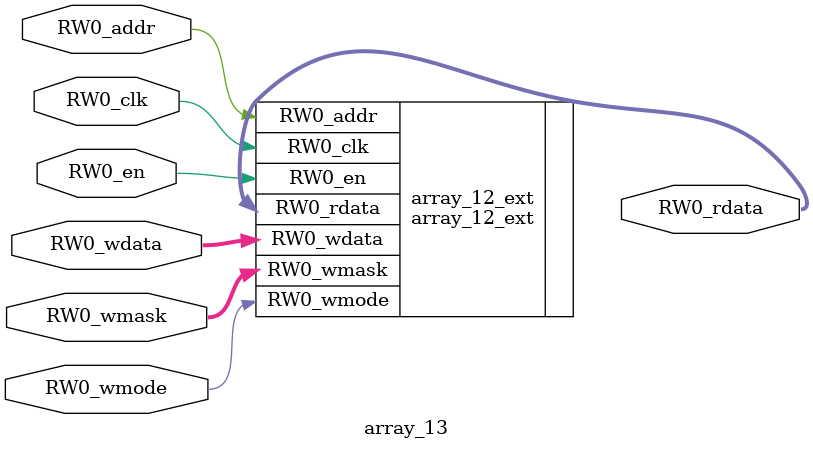
<source format=sv>
`ifndef RANDOMIZE
  `ifdef RANDOMIZE_MEM_INIT
    `define RANDOMIZE
  `endif // RANDOMIZE_MEM_INIT
`endif // not def RANDOMIZE
`ifndef RANDOMIZE
  `ifdef RANDOMIZE_REG_INIT
    `define RANDOMIZE
  `endif // RANDOMIZE_REG_INIT
`endif // not def RANDOMIZE

`ifndef RANDOM
  `define RANDOM $random
`endif // not def RANDOM

// Users can define INIT_RANDOM as general code that gets injected into the
// initializer block for modules with registers.
`ifndef INIT_RANDOM
  `define INIT_RANDOM
`endif // not def INIT_RANDOM

// If using random initialization, you can also define RANDOMIZE_DELAY to
// customize the delay used, otherwise 0.002 is used.
`ifndef RANDOMIZE_DELAY
  `define RANDOMIZE_DELAY 0.002
`endif // not def RANDOMIZE_DELAY

// Define INIT_RANDOM_PROLOG_ for use in our modules below.
`ifndef INIT_RANDOM_PROLOG_
  `ifdef RANDOMIZE
    `ifdef VERILATOR
      `define INIT_RANDOM_PROLOG_ `INIT_RANDOM
    `else  // VERILATOR
      `define INIT_RANDOM_PROLOG_ `INIT_RANDOM #`RANDOMIZE_DELAY begin end
    `endif // VERILATOR
  `else  // RANDOMIZE
    `define INIT_RANDOM_PROLOG_
  `endif // RANDOMIZE
`endif // not def INIT_RANDOM_PROLOG_

// Include register initializers in init blocks unless synthesis is set
`ifndef SYNTHESIS
  `ifndef ENABLE_INITIAL_REG_
    `define ENABLE_INITIAL_REG_
  `endif // not def ENABLE_INITIAL_REG_
`endif // not def SYNTHESIS

// Include rmemory initializers in init blocks unless synthesis is set
`ifndef SYNTHESIS
  `ifndef ENABLE_INITIAL_MEM_
    `define ENABLE_INITIAL_MEM_
  `endif // not def ENABLE_INITIAL_MEM_
`endif // not def SYNTHESIS

module array_13(
  input         RW0_addr,
  input         RW0_en,
  input         RW0_clk,
  input         RW0_wmode,
  input  [27:0] RW0_wdata,
  output [27:0] RW0_rdata,
  input  [3:0]  RW0_wmask
);

  array_12_ext array_12_ext (
    .RW0_addr  (RW0_addr),
    .RW0_en    (RW0_en),
    .RW0_clk   (RW0_clk),
    .RW0_wmode (RW0_wmode),
    .RW0_wdata (RW0_wdata),
    .RW0_rdata (RW0_rdata),
    .RW0_wmask (RW0_wmask)
  );
endmodule


</source>
